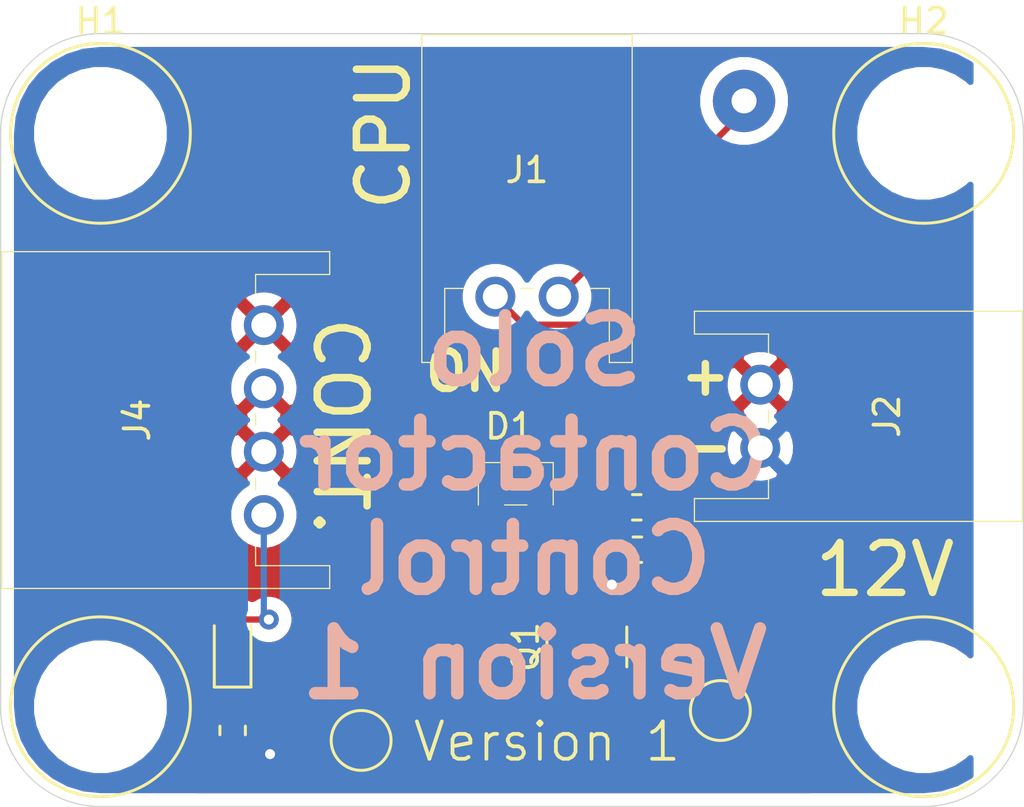
<source format=kicad_pcb>
(kicad_pcb (version 20171130) (host pcbnew "(5.1.4-0-10_14)")

  (general
    (thickness 1.6)
    (drawings 20)
    (tracks 46)
    (zones 0)
    (modules 16)
    (nets 9)
  )

  (page A4)
  (layers
    (0 F.Cu signal)
    (31 B.Cu signal)
    (32 B.Adhes user)
    (33 F.Adhes user)
    (34 B.Paste user)
    (35 F.Paste user)
    (36 B.SilkS user hide)
    (37 F.SilkS user)
    (38 B.Mask user)
    (39 F.Mask user)
    (40 Dwgs.User user)
    (41 Cmts.User user)
    (42 Eco1.User user)
    (43 Eco2.User user)
    (44 Edge.Cuts user)
    (45 Margin user)
    (46 B.CrtYd user)
    (47 F.CrtYd user)
    (48 B.Fab user)
    (49 F.Fab user hide)
  )

  (setup
    (last_trace_width 0.25)
    (user_trace_width 0.6)
    (user_trace_width 1)
    (trace_clearance 0.2)
    (zone_clearance 0.508)
    (zone_45_only no)
    (trace_min 0.2)
    (via_size 0.8)
    (via_drill 0.4)
    (via_min_size 0.4)
    (via_min_drill 0.3)
    (uvia_size 0.3)
    (uvia_drill 0.1)
    (uvias_allowed no)
    (uvia_min_size 0.2)
    (uvia_min_drill 0.1)
    (edge_width 0.05)
    (segment_width 0.2)
    (pcb_text_width 0.3)
    (pcb_text_size 1.5 1.5)
    (mod_edge_width 0.12)
    (mod_text_size 1 1)
    (mod_text_width 0.15)
    (pad_size 4.3 4.3)
    (pad_drill 4.3)
    (pad_to_mask_clearance 0.051)
    (solder_mask_min_width 0.25)
    (aux_axis_origin 0 0)
    (visible_elements FFFFFF7F)
    (pcbplotparams
      (layerselection 0x010fc_ffffffff)
      (usegerberextensions false)
      (usegerberattributes false)
      (usegerberadvancedattributes false)
      (creategerberjobfile false)
      (excludeedgelayer true)
      (linewidth 0.100000)
      (plotframeref false)
      (viasonmask false)
      (mode 1)
      (useauxorigin false)
      (hpglpennumber 1)
      (hpglpenspeed 20)
      (hpglpendiameter 15.000000)
      (psnegative false)
      (psa4output false)
      (plotreference true)
      (plotvalue true)
      (plotinvisibletext false)
      (padsonsilk false)
      (subtractmaskfromsilk false)
      (outputformat 1)
      (mirror false)
      (drillshape 1)
      (scaleselection 1)
      (outputdirectory ""))
  )

  (net 0 "")
  (net 1 "Net-(D2-Pad2)")
  (net 2 "Net-(D2-Pad1)")
  (net 3 /CONTACTOR)
  (net 4 +12V)
  (net 5 GND)
  (net 6 "Net-(J1-Pad1)")
  (net 7 "Net-(D1-Pad1)")
  (net 8 "Net-(Q1-Pad3)")

  (net_class Default "This is the default net class."
    (clearance 0.2)
    (trace_width 0.25)
    (via_dia 0.8)
    (via_drill 0.4)
    (uvia_dia 0.3)
    (uvia_drill 0.1)
    (add_net +12V)
    (add_net /CONTACTOR)
    (add_net GND)
    (add_net "Net-(D1-Pad1)")
    (add_net "Net-(D2-Pad1)")
    (add_net "Net-(D2-Pad2)")
    (add_net "Net-(J1-Pad1)")
    (add_net "Net-(Q1-Pad3)")
  )

  (module Package_SO:TSOP-6_1.65x3.05mm_P0.95mm (layer F.Cu) (tedit 5A02F25C) (tstamp 5FDFD61F)
    (at 155.5 106.6 90)
    (descr "TSOP-6 package (comparable to TSOT-23), https://www.vishay.com/docs/71200/71200.pdf")
    (tags "Jedec MO-193C TSOP-6L")
    (path /61FFDCDB)
    (attr smd)
    (fp_text reference Q1 (at 0 -2.45 90) (layer F.SilkS)
      (effects (font (size 1 1) (thickness 0.15)))
    )
    (fp_text value Q-FET-N-PMN20EN (at 0 2.5 90) (layer F.Fab)
      (effects (font (size 1 1) (thickness 0.15)))
    )
    (fp_line (start 1.76 1.77) (end -1.76 1.77) (layer F.CrtYd) (width 0.05))
    (fp_line (start 1.76 1.77) (end 1.76 -1.78) (layer F.CrtYd) (width 0.05))
    (fp_line (start -1.76 -1.78) (end -1.76 1.77) (layer F.CrtYd) (width 0.05))
    (fp_line (start -1.76 -1.78) (end 1.76 -1.78) (layer F.CrtYd) (width 0.05))
    (fp_line (start 0.825 -1.525) (end 0.825 1.525) (layer F.Fab) (width 0.1))
    (fp_line (start 0.825 1.525) (end -0.825 1.525) (layer F.Fab) (width 0.1))
    (fp_line (start -0.825 -1.1) (end -0.825 1.525) (layer F.Fab) (width 0.1))
    (fp_line (start 0.825 -1.525) (end -0.425 -1.525) (layer F.Fab) (width 0.1))
    (fp_line (start -0.825 -1.1) (end -0.425 -1.525) (layer F.Fab) (width 0.1))
    (fp_line (start 0.8 -1.6) (end -1.5 -1.6) (layer F.SilkS) (width 0.12))
    (fp_line (start -0.8 1.6) (end 0.8 1.6) (layer F.SilkS) (width 0.12))
    (fp_text user %R (at 0 0) (layer F.Fab)
      (effects (font (size 0.5 0.5) (thickness 0.075)))
    )
    (pad 6 smd rect (at 1.16 -0.95 90) (size 0.7 0.51) (layers F.Cu F.Paste F.Mask)
      (net 7 "Net-(D1-Pad1)"))
    (pad 5 smd rect (at 1.16 0 90) (size 0.7 0.51) (layers F.Cu F.Paste F.Mask)
      (net 7 "Net-(D1-Pad1)"))
    (pad 4 smd rect (at 1.16 0.95 90) (size 0.7 0.51) (layers F.Cu F.Paste F.Mask)
      (net 5 GND))
    (pad 3 smd rect (at -1.16 0.95 90) (size 0.7 0.51) (layers F.Cu F.Paste F.Mask)
      (net 8 "Net-(Q1-Pad3)"))
    (pad 2 smd rect (at -1.16 0 90) (size 0.7 0.51) (layers F.Cu F.Paste F.Mask)
      (net 7 "Net-(D1-Pad1)"))
    (pad 1 smd rect (at -1.16 -0.95 90) (size 0.7 0.51) (layers F.Cu F.Paste F.Mask)
      (net 7 "Net-(D1-Pad1)"))
    (model ${KISYS3DMOD}/Package_SO.3dshapes/TSOP-6_1.65x3.05mm_P0.95mm.wrl
      (at (xyz 0 0 0))
      (scale (xyz 1 1 1))
      (rotate (xyz 0 0 0))
    )
  )

  (module erland-footprints:SOT23F (layer F.Cu) (tedit 5FDE55F0) (tstamp 5FDFAA87)
    (at 152.65 100.055 180)
    (path /61FBB14A)
    (fp_text reference D1 (at 0.25 2.3) (layer F.SilkS)
      (effects (font (size 1 1) (thickness 0.15)))
    )
    (fp_text value D-CMPSH1-4 (at -0.15 -2.4) (layer F.Fab)
      (effects (font (size 1 1) (thickness 0.15)))
    )
    (fp_line (start -0.45 -0.85) (end 0.45 -0.85) (layer F.SilkS) (width 0.05))
    (fp_line (start 1.5 0.85) (end 1.5 -0.85) (layer F.SilkS) (width 0.05))
    (fp_line (start 0.45 0.85) (end 1.5 0.85) (layer F.SilkS) (width 0.05))
    (fp_line (start -1.5 0.85) (end -0.5 0.85) (layer F.SilkS) (width 0.05))
    (fp_line (start -1.5 -0.85) (end -1.5 0.85) (layer F.SilkS) (width 0.05))
    (fp_line (start 1.5 -0.85) (end 1.5 0.85) (layer Dwgs.User) (width 0.12))
    (fp_line (start -1.5 -0.85) (end -1.5 0.85) (layer Dwgs.User) (width 0.12))
    (fp_line (start -1.5 0.85) (end 1.5 0.85) (layer Dwgs.User) (width 0.12))
    (fp_line (start -1.5 -0.85) (end 1.5 -0.85) (layer Dwgs.User) (width 0.12))
    (pad 3 smd rect (at 0 0.945 180) (size 0.8 1.11) (layers F.Cu F.Paste F.Mask)
      (net 4 +12V))
    (pad 2 smd rect (at -0.95 -0.945 180) (size 0.8 1.11) (layers F.Cu F.Paste F.Mask))
    (pad 1 smd rect (at 0.95 -0.945 180) (size 0.8 1.11) (layers F.Cu F.Paste F.Mask)
      (net 7 "Net-(D1-Pad1)"))
  )

  (module erland-footprints:CON-MOLEX-CGRIDIII-1x4-RA-0901362204 (layer F.Cu) (tedit 5FD87DD7) (tstamp 5FCAB836)
    (at 142.55 97.5 270)
    (path /5FF79251)
    (fp_text reference J4 (at 0 5.08 90) (layer F.SilkS)
      (effects (font (size 1 1) (thickness 0.15)))
    )
    (fp_text value Conn_02x02_Top_Bottom (at -1.27 12.7 90) (layer F.Fab)
      (effects (font (size 1 1) (thickness 0.15)))
    )
    (fp_line (start 5.08 0.33) (end 5.84 0.33) (layer F.SilkS) (width 0.05))
    (fp_line (start 2.3368 0.33) (end 2.794 0.33) (layer F.SilkS) (width 0.05))
    (fp_line (start -0.254 0.33) (end 0.2032 0.33) (layer F.SilkS) (width 0.05))
    (fp_line (start -2.7432 0.33) (end -2.286 0.33) (layer F.SilkS) (width 0.05))
    (fp_line (start -2.794 0.33) (end -2.3368 0.33) (layer F.SilkS) (width 0.05))
    (fp_line (start -5.84 0.33) (end -5.08 0.33) (layer F.SilkS) (width 0.05))
    (fp_line (start 5.84 0.33) (end 5.84 -2.64) (layer F.SilkS) (width 0.05))
    (fp_line (start -5.84 0.33) (end -5.84 -2.64) (layer F.SilkS) (width 0.05))
    (fp_line (start -5.84 0.33) (end 5.84 0.33) (layer F.Fab) (width 0.05))
    (fp_line (start -5.84 -2.64) (end -6.755 -2.64) (layer F.SilkS) (width 0.05))
    (fp_line (start 6.755 -2.64) (end 5.84 -2.64) (layer F.SilkS) (width 0.05))
    (fp_line (start 6.755 10.5) (end 6.755 -2.64) (layer F.SilkS) (width 0.05))
    (fp_line (start -6.755 10.5) (end -6.755 -2.64) (layer F.SilkS) (width 0.05))
    (fp_line (start -6.755 10.5) (end 6.755 10.5) (layer F.SilkS) (width 0.05))
    (pad 4 thru_hole circle (at 3.81 0 270) (size 1.6 1.6) (drill 1) (layers *.Cu *.Mask)
      (net 1 "Net-(D2-Pad2)"))
    (pad 3 thru_hole circle (at 1.27 0 270) (size 1.6 1.6) (drill 1) (layers *.Cu *.Mask)
      (net 4 +12V))
    (pad 2 thru_hole circle (at -1.27 0 270) (size 1.6 1.6) (drill 1) (layers *.Cu *.Mask)
      (net 4 +12V))
    (pad 1 thru_hole circle (at -3.81 0 270) (size 1.6 1.6) (drill 1) (layers *.Cu *.Mask)
      (net 7 "Net-(D1-Pad1)"))
  )

  (module "erland-footprints:CON-MOLEX-CGRIDIII-1x2 RA-0901362202" (layer F.Cu) (tedit 5FD87D44) (tstamp 5FD9DEC8)
    (at 162.45 97.35 90)
    (path /5FE503AE)
    (fp_text reference J2 (at 0 5.08 90) (layer F.SilkS)
      (effects (font (size 1 1) (thickness 0.15)))
    )
    (fp_text value Conn_01x02 (at 2.54 11.43 90) (layer F.Fab)
      (effects (font (size 1 1) (thickness 0.15)))
    )
    (fp_line (start -3.3 0.33) (end -2.54 0.33) (layer F.SilkS) (width 0.05))
    (fp_line (start -0.254 0.33) (end 0.2032 0.33) (layer F.SilkS) (width 0.05))
    (fp_line (start -0.2032 0.33) (end 0.254 0.33) (layer F.SilkS) (width 0.05))
    (fp_line (start 2.54 0.33) (end 3.3 0.33) (layer F.SilkS) (width 0.05))
    (fp_line (start -3.3 -2.64) (end -4.215 -2.64) (layer F.SilkS) (width 0.05))
    (fp_line (start -3.3 0.33) (end 8.38 0.33) (layer F.Fab) (width 0.05))
    (fp_line (start -3.3 0.33) (end -3.3 -2.64) (layer F.SilkS) (width 0.05))
    (fp_line (start 3.3 0.33) (end 3.3 -2.64) (layer F.SilkS) (width 0.05))
    (fp_line (start -4.215 10.5) (end 4.215 10.5) (layer F.SilkS) (width 0.05))
    (fp_line (start -4.215 10.5) (end -4.215 -2.64) (layer F.SilkS) (width 0.05))
    (fp_line (start 4.215 10.5) (end 4.215 -2.64) (layer F.SilkS) (width 0.05))
    (fp_line (start 4.215 -2.64) (end 3.3 -2.64) (layer F.SilkS) (width 0.05))
    (pad 1 thru_hole circle (at -1.27 0 90) (size 1.6 1.6) (drill 1) (layers *.Cu *.Mask)
      (net 5 GND))
    (pad 2 thru_hole circle (at 1.27 0 90) (size 1.6 1.6) (drill 1) (layers *.Cu *.Mask)
      (net 4 +12V))
  )

  (module "erland-footprints:CON-MOLEX-CGRIDIII-1x2 RA-0901362202" (layer F.Cu) (tedit 5FD87D44) (tstamp 5FCAB77E)
    (at 153.1 92.55 180)
    (path /602835D5)
    (fp_text reference J1 (at 0 5.08) (layer F.SilkS)
      (effects (font (size 1 1) (thickness 0.15)))
    )
    (fp_text value Conn_01x02 (at 2.54 11.43) (layer F.Fab)
      (effects (font (size 1 1) (thickness 0.15)))
    )
    (fp_line (start -3.3 0.33) (end -2.54 0.33) (layer F.SilkS) (width 0.05))
    (fp_line (start -0.254 0.33) (end 0.2032 0.33) (layer F.SilkS) (width 0.05))
    (fp_line (start -0.2032 0.33) (end 0.254 0.33) (layer F.SilkS) (width 0.05))
    (fp_line (start 2.54 0.33) (end 3.3 0.33) (layer F.SilkS) (width 0.05))
    (fp_line (start -3.3 -2.64) (end -4.215 -2.64) (layer F.SilkS) (width 0.05))
    (fp_line (start -3.3 0.33) (end 8.38 0.33) (layer F.Fab) (width 0.05))
    (fp_line (start -3.3 0.33) (end -3.3 -2.64) (layer F.SilkS) (width 0.05))
    (fp_line (start 3.3 0.33) (end 3.3 -2.64) (layer F.SilkS) (width 0.05))
    (fp_line (start -4.215 10.5) (end 4.215 10.5) (layer F.SilkS) (width 0.05))
    (fp_line (start -4.215 10.5) (end -4.215 -2.64) (layer F.SilkS) (width 0.05))
    (fp_line (start 4.215 10.5) (end 4.215 -2.64) (layer F.SilkS) (width 0.05))
    (fp_line (start 4.215 -2.64) (end 3.3 -2.64) (layer F.SilkS) (width 0.05))
    (pad 1 thru_hole circle (at -1.27 0 180) (size 1.6 1.6) (drill 1) (layers *.Cu *.Mask)
      (net 6 "Net-(J1-Pad1)"))
    (pad 2 thru_hole circle (at 1.27 0 180) (size 1.6 1.6) (drill 1) (layers *.Cu *.Mask)
      (net 3 /CONTACTOR))
  )

  (module MountingHole:MountingHole_4.3mm_M4_ISO14580 (layer F.Cu) (tedit 56D1B4CB) (tstamp 5FCAB74F)
    (at 136 109)
    (descr "Mounting Hole 4.3mm, no annular, M4, ISO14580")
    (tags "mounting hole 4.3mm no annular m4 iso14580")
    (path /5FF16F3F)
    (attr virtual)
    (fp_text reference H3 (at 0 -4.5) (layer F.SilkS) hide
      (effects (font (size 1 1) (thickness 0.15)))
    )
    (fp_text value MountingHole (at 0 4.5) (layer F.Fab) hide
      (effects (font (size 1 1) (thickness 0.15)))
    )
    (fp_circle (center 0 0) (end 3.75 0) (layer F.CrtYd) (width 0.05))
    (fp_circle (center 0 0) (end 3.5 0) (layer Cmts.User) (width 0.15))
    (fp_text user %R (at 0.3 0) (layer F.Fab) hide
      (effects (font (size 1 1) (thickness 0.15)))
    )
    (pad 1 np_thru_hole circle (at 0 0) (size 4.3 4.3) (drill 4.3) (layers *.Cu *.Mask))
  )

  (module TestPoint:TestPoint_Pad_D2.0mm (layer F.Cu) (tedit 5A0F774F) (tstamp 5FCADE95)
    (at 146.45 110.35)
    (descr "SMD pad as test Point, diameter 2.0mm")
    (tags "test point SMD pad")
    (path /602926F8)
    (attr virtual)
    (fp_text reference TP2 (at 0 -1.998) (layer F.SilkS) hide
      (effects (font (size 1 1) (thickness 0.15)))
    )
    (fp_text value TestPoint (at 0 2.05) (layer F.Fab)
      (effects (font (size 1 1) (thickness 0.15)))
    )
    (fp_circle (center 0 0) (end 0 1.2) (layer F.SilkS) (width 0.12))
    (fp_circle (center 0 0) (end 1.5 0) (layer F.CrtYd) (width 0.05))
    (fp_text user %R (at 0 -2) (layer F.Fab)
      (effects (font (size 1 1) (thickness 0.15)))
    )
    (pad 1 smd circle (at 0 0) (size 2 2) (layers F.Cu F.Mask)
      (net 7 "Net-(D1-Pad1)"))
  )

  (module Connector_Wire:SolderWirePad_1x01_Drill1mm (layer F.Cu) (tedit 5AEE5EBE) (tstamp 5FCAB7C6)
    (at 161.8 84.7)
    (descr "Wire solder connection")
    (tags connector)
    (path /60287DCB)
    (attr virtual)
    (fp_text reference J3 (at 0 -3.81) (layer F.SilkS) hide
      (effects (font (size 1 1) (thickness 0.15)))
    )
    (fp_text value Conn_01x01 (at 0 3.175) (layer F.Fab)
      (effects (font (size 1 1) (thickness 0.15)))
    )
    (fp_line (start 1.75 1.75) (end -1.75 1.75) (layer F.CrtYd) (width 0.05))
    (fp_line (start 1.75 1.75) (end 1.75 -1.75) (layer F.CrtYd) (width 0.05))
    (fp_line (start -1.75 -1.75) (end -1.75 1.75) (layer F.CrtYd) (width 0.05))
    (fp_line (start -1.75 -1.75) (end 1.75 -1.75) (layer F.CrtYd) (width 0.05))
    (fp_text user %R (at 0 0) (layer F.Fab)
      (effects (font (size 1 1) (thickness 0.15)))
    )
    (pad 1 thru_hole circle (at 0 0) (size 2.49936 2.49936) (drill 1.00076) (layers *.Cu *.Mask)
      (net 6 "Net-(J1-Pad1)"))
  )

  (module TestPoint:TestPoint_Pad_D2.0mm (layer F.Cu) (tedit 5A0F774F) (tstamp 5FCAB886)
    (at 160.85 109.15)
    (descr "SMD pad as test Point, diameter 2.0mm")
    (tags "test point SMD pad")
    (path /5FD54476)
    (attr virtual)
    (fp_text reference TP1 (at 0 -1.998) (layer F.SilkS) hide
      (effects (font (size 1 1) (thickness 0.15)))
    )
    (fp_text value TestPoint (at 0 2.05) (layer F.Fab) hide
      (effects (font (size 1 1) (thickness 0.15)))
    )
    (fp_circle (center 0 0) (end 0 1.2) (layer F.SilkS) (width 0.12))
    (fp_circle (center 0 0) (end 1.5 0) (layer F.CrtYd) (width 0.05))
    (fp_text user %R (at 0 -2) (layer F.Fab) hide
      (effects (font (size 1 1) (thickness 0.15)))
    )
    (pad 1 smd circle (at 0 0) (size 2 2) (layers F.Cu F.Mask)
      (net 8 "Net-(Q1-Pad3)"))
  )

  (module Resistor_SMD:R_0603_1608Metric_Pad1.05x0.95mm_HandSolder (layer F.Cu) (tedit 5B301BBD) (tstamp 5FCAB87E)
    (at 141.3 109.95 90)
    (descr "Resistor SMD 0603 (1608 Metric), square (rectangular) end terminal, IPC_7351 nominal with elongated pad for handsoldering. (Body size source: http://www.tortai-tech.com/upload/download/2011102023233369053.pdf), generated with kicad-footprint-generator")
    (tags "resistor handsolder")
    (path /5FBDAD22)
    (attr smd)
    (fp_text reference R3 (at 0 -1.43 90) (layer F.SilkS) hide
      (effects (font (size 1 1) (thickness 0.15)))
    )
    (fp_text value 10k (at 0 1.43 90) (layer F.Fab)
      (effects (font (size 1 1) (thickness 0.15)))
    )
    (fp_text user %R (at 0 0 90) (layer F.Fab)
      (effects (font (size 0.4 0.4) (thickness 0.06)))
    )
    (fp_line (start 1.65 0.73) (end -1.65 0.73) (layer F.CrtYd) (width 0.05))
    (fp_line (start 1.65 -0.73) (end 1.65 0.73) (layer F.CrtYd) (width 0.05))
    (fp_line (start -1.65 -0.73) (end 1.65 -0.73) (layer F.CrtYd) (width 0.05))
    (fp_line (start -1.65 0.73) (end -1.65 -0.73) (layer F.CrtYd) (width 0.05))
    (fp_line (start -0.171267 0.51) (end 0.171267 0.51) (layer F.SilkS) (width 0.12))
    (fp_line (start -0.171267 -0.51) (end 0.171267 -0.51) (layer F.SilkS) (width 0.12))
    (fp_line (start 0.8 0.4) (end -0.8 0.4) (layer F.Fab) (width 0.1))
    (fp_line (start 0.8 -0.4) (end 0.8 0.4) (layer F.Fab) (width 0.1))
    (fp_line (start -0.8 -0.4) (end 0.8 -0.4) (layer F.Fab) (width 0.1))
    (fp_line (start -0.8 0.4) (end -0.8 -0.4) (layer F.Fab) (width 0.1))
    (pad 2 smd roundrect (at 0.875 0 90) (size 1.05 0.95) (layers F.Cu F.Paste F.Mask) (roundrect_rratio 0.25)
      (net 2 "Net-(D2-Pad1)"))
    (pad 1 smd roundrect (at -0.875 0 90) (size 1.05 0.95) (layers F.Cu F.Paste F.Mask) (roundrect_rratio 0.25)
      (net 5 GND))
    (model ${KISYS3DMOD}/Resistor_SMD.3dshapes/R_0603_1608Metric.wrl
      (at (xyz 0 0 0))
      (scale (xyz 1 1 1))
      (rotate (xyz 0 0 0))
    )
  )

  (module Resistor_SMD:R_0603_1608Metric_Pad1.05x0.95mm_HandSolder (layer F.Cu) (tedit 5B301BBD) (tstamp 5FD9DE97)
    (at 157.525 102.7)
    (descr "Resistor SMD 0603 (1608 Metric), square (rectangular) end terminal, IPC_7351 nominal with elongated pad for handsoldering. (Body size source: http://www.tortai-tech.com/upload/download/2011102023233369053.pdf), generated with kicad-footprint-generator")
    (tags "resistor handsolder")
    (path /5F9C3ECF)
    (attr smd)
    (fp_text reference R2 (at 0 -1.43) (layer F.SilkS) hide
      (effects (font (size 1 1) (thickness 0.15)))
    )
    (fp_text value 1M (at 0 1.43) (layer F.Fab)
      (effects (font (size 1 1) (thickness 0.15)))
    )
    (fp_text user %R (at 0 0) (layer F.Fab)
      (effects (font (size 0.4 0.4) (thickness 0.06)))
    )
    (fp_line (start 1.65 0.73) (end -1.65 0.73) (layer F.CrtYd) (width 0.05))
    (fp_line (start 1.65 -0.73) (end 1.65 0.73) (layer F.CrtYd) (width 0.05))
    (fp_line (start -1.65 -0.73) (end 1.65 -0.73) (layer F.CrtYd) (width 0.05))
    (fp_line (start -1.65 0.73) (end -1.65 -0.73) (layer F.CrtYd) (width 0.05))
    (fp_line (start -0.171267 0.51) (end 0.171267 0.51) (layer F.SilkS) (width 0.12))
    (fp_line (start -0.171267 -0.51) (end 0.171267 -0.51) (layer F.SilkS) (width 0.12))
    (fp_line (start 0.8 0.4) (end -0.8 0.4) (layer F.Fab) (width 0.1))
    (fp_line (start 0.8 -0.4) (end 0.8 0.4) (layer F.Fab) (width 0.1))
    (fp_line (start -0.8 -0.4) (end 0.8 -0.4) (layer F.Fab) (width 0.1))
    (fp_line (start -0.8 0.4) (end -0.8 -0.4) (layer F.Fab) (width 0.1))
    (pad 2 smd roundrect (at 0.875 0) (size 1.05 0.95) (layers F.Cu F.Paste F.Mask) (roundrect_rratio 0.25)
      (net 8 "Net-(Q1-Pad3)"))
    (pad 1 smd roundrect (at -0.875 0) (size 1.05 0.95) (layers F.Cu F.Paste F.Mask) (roundrect_rratio 0.25)
      (net 5 GND))
    (model ${KISYS3DMOD}/Resistor_SMD.3dshapes/R_0603_1608Metric.wrl
      (at (xyz 0 0 0))
      (scale (xyz 1 1 1))
      (rotate (xyz 0 0 0))
    )
  )

  (module Resistor_SMD:R_0603_1608Metric_Pad1.05x0.95mm_HandSolder (layer F.Cu) (tedit 5B301BBD) (tstamp 5FD9DF8E)
    (at 157.5 101 180)
    (descr "Resistor SMD 0603 (1608 Metric), square (rectangular) end terminal, IPC_7351 nominal with elongated pad for handsoldering. (Body size source: http://www.tortai-tech.com/upload/download/2011102023233369053.pdf), generated with kicad-footprint-generator")
    (tags "resistor handsolder")
    (path /5F9C2B22)
    (attr smd)
    (fp_text reference R1 (at 0 -1.43) (layer F.SilkS) hide
      (effects (font (size 1 1) (thickness 0.15)))
    )
    (fp_text value 3.3k (at 0 1.43) (layer F.Fab)
      (effects (font (size 1 1) (thickness 0.15)))
    )
    (fp_text user %R (at 0 0) (layer F.Fab)
      (effects (font (size 0.4 0.4) (thickness 0.06)))
    )
    (fp_line (start 1.65 0.73) (end -1.65 0.73) (layer F.CrtYd) (width 0.05))
    (fp_line (start 1.65 -0.73) (end 1.65 0.73) (layer F.CrtYd) (width 0.05))
    (fp_line (start -1.65 -0.73) (end 1.65 -0.73) (layer F.CrtYd) (width 0.05))
    (fp_line (start -1.65 0.73) (end -1.65 -0.73) (layer F.CrtYd) (width 0.05))
    (fp_line (start -0.171267 0.51) (end 0.171267 0.51) (layer F.SilkS) (width 0.12))
    (fp_line (start -0.171267 -0.51) (end 0.171267 -0.51) (layer F.SilkS) (width 0.12))
    (fp_line (start 0.8 0.4) (end -0.8 0.4) (layer F.Fab) (width 0.1))
    (fp_line (start 0.8 -0.4) (end 0.8 0.4) (layer F.Fab) (width 0.1))
    (fp_line (start -0.8 -0.4) (end 0.8 -0.4) (layer F.Fab) (width 0.1))
    (fp_line (start -0.8 0.4) (end -0.8 -0.4) (layer F.Fab) (width 0.1))
    (pad 2 smd roundrect (at 0.875 0 180) (size 1.05 0.95) (layers F.Cu F.Paste F.Mask) (roundrect_rratio 0.25)
      (net 3 /CONTACTOR))
    (pad 1 smd roundrect (at -0.875 0 180) (size 1.05 0.95) (layers F.Cu F.Paste F.Mask) (roundrect_rratio 0.25)
      (net 8 "Net-(Q1-Pad3)"))
    (model ${KISYS3DMOD}/Resistor_SMD.3dshapes/R_0603_1608Metric.wrl
      (at (xyz 0 0 0))
      (scale (xyz 1 1 1))
      (rotate (xyz 0 0 0))
    )
  )

  (module MountingHole:MountingHole_4.3mm_M4_ISO14580 (layer F.Cu) (tedit 56D1B4CB) (tstamp 5FCAB757)
    (at 169 109)
    (descr "Mounting Hole 4.3mm, no annular, M4, ISO14580")
    (tags "mounting hole 4.3mm no annular m4 iso14580")
    (path /5FF1697B)
    (attr virtual)
    (fp_text reference H4 (at 0 -4.5) (layer F.SilkS) hide
      (effects (font (size 1 1) (thickness 0.15)))
    )
    (fp_text value MountingHole (at 0 4.5) (layer F.Fab)
      (effects (font (size 1 1) (thickness 0.15)))
    )
    (fp_circle (center 0 0) (end 3.75 0) (layer F.CrtYd) (width 0.05))
    (fp_circle (center 0 0) (end 3.5 0) (layer Cmts.User) (width 0.15))
    (fp_text user %R (at 0.3 0) (layer F.Fab) hide
      (effects (font (size 1 1) (thickness 0.15)))
    )
    (pad 1 np_thru_hole circle (at 0 0) (size 4.3 4.3) (drill 4.3) (layers *.Cu *.Mask))
  )

  (module MountingHole:MountingHole_4.3mm_M4_ISO14580 (layer F.Cu) (tedit 56D1B4CB) (tstamp 5FCAB747)
    (at 169 86)
    (descr "Mounting Hole 4.3mm, no annular, M4, ISO14580")
    (tags "mounting hole 4.3mm no annular m4 iso14580")
    (path /5FF17B4B)
    (attr virtual)
    (fp_text reference H2 (at 0 -4.5) (layer F.SilkS)
      (effects (font (size 1 1) (thickness 0.15)))
    )
    (fp_text value MountingHole (at 0 4.5) (layer F.Fab)
      (effects (font (size 1 1) (thickness 0.15)))
    )
    (fp_circle (center 0 0) (end 3.75 0) (layer F.CrtYd) (width 0.05))
    (fp_circle (center 0 0) (end 3.5 0) (layer Cmts.User) (width 0.15))
    (fp_text user %R (at 0.3 0) (layer F.Fab)
      (effects (font (size 1 1) (thickness 0.15)))
    )
    (pad 1 np_thru_hole circle (at 0 0) (size 4.3 4.3) (drill 4.3) (layers *.Cu *.Mask))
  )

  (module MountingHole:MountingHole_4.3mm_M4_ISO14580 (layer F.Cu) (tedit 56D1B4CB) (tstamp 5FCAB73F)
    (at 136 86)
    (descr "Mounting Hole 4.3mm, no annular, M4, ISO14580")
    (tags "mounting hole 4.3mm no annular m4 iso14580")
    (path /5FF1848C)
    (attr virtual)
    (fp_text reference H1 (at 0 -4.5) (layer F.SilkS)
      (effects (font (size 1 1) (thickness 0.15)))
    )
    (fp_text value MountingHole (at 0 4.5) (layer F.Fab)
      (effects (font (size 1 1) (thickness 0.15)))
    )
    (fp_circle (center 0 0) (end 3.75 0) (layer F.CrtYd) (width 0.05))
    (fp_circle (center 0 0) (end 3.5 0) (layer Cmts.User) (width 0.15))
    (fp_text user %R (at 0.3 0) (layer F.Fab)
      (effects (font (size 1 1) (thickness 0.15)))
    )
    (pad 1 np_thru_hole circle (at 0 0) (size 4.3 4.3) (drill 4.3) (layers *.Cu *.Mask))
  )

  (module LED_SMD:LED_0603_1608Metric_Pad1.05x0.95mm_HandSolder (layer F.Cu) (tedit 5B4B45C9) (tstamp 5FCAB737)
    (at 141.3 106.55 90)
    (descr "LED SMD 0603 (1608 Metric), square (rectangular) end terminal, IPC_7351 nominal, (Body size source: http://www.tortai-tech.com/upload/download/2011102023233369053.pdf), generated with kicad-footprint-generator")
    (tags "LED handsolder")
    (path /5FBD6373)
    (attr smd)
    (fp_text reference D2 (at 0 -1.43 90) (layer F.SilkS) hide
      (effects (font (size 1 1) (thickness 0.15)))
    )
    (fp_text value LED (at 0 1.43 90) (layer F.Fab)
      (effects (font (size 1 1) (thickness 0.15)))
    )
    (fp_text user %R (at 0 0 90) (layer F.Fab)
      (effects (font (size 0.4 0.4) (thickness 0.06)))
    )
    (fp_line (start 1.65 0.73) (end -1.65 0.73) (layer F.CrtYd) (width 0.05))
    (fp_line (start 1.65 -0.73) (end 1.65 0.73) (layer F.CrtYd) (width 0.05))
    (fp_line (start -1.65 -0.73) (end 1.65 -0.73) (layer F.CrtYd) (width 0.05))
    (fp_line (start -1.65 0.73) (end -1.65 -0.73) (layer F.CrtYd) (width 0.05))
    (fp_line (start -1.66 0.735) (end 0.8 0.735) (layer F.SilkS) (width 0.12))
    (fp_line (start -1.66 -0.735) (end -1.66 0.735) (layer F.SilkS) (width 0.12))
    (fp_line (start 0.8 -0.735) (end -1.66 -0.735) (layer F.SilkS) (width 0.12))
    (fp_line (start 0.8 0.4) (end 0.8 -0.4) (layer F.Fab) (width 0.1))
    (fp_line (start -0.8 0.4) (end 0.8 0.4) (layer F.Fab) (width 0.1))
    (fp_line (start -0.8 -0.1) (end -0.8 0.4) (layer F.Fab) (width 0.1))
    (fp_line (start -0.5 -0.4) (end -0.8 -0.1) (layer F.Fab) (width 0.1))
    (fp_line (start 0.8 -0.4) (end -0.5 -0.4) (layer F.Fab) (width 0.1))
    (pad 2 smd roundrect (at 0.875 0 90) (size 1.05 0.95) (layers F.Cu F.Paste F.Mask) (roundrect_rratio 0.25)
      (net 1 "Net-(D2-Pad2)"))
    (pad 1 smd roundrect (at -0.875 0 90) (size 1.05 0.95) (layers F.Cu F.Paste F.Mask) (roundrect_rratio 0.25)
      (net 2 "Net-(D2-Pad1)"))
    (model ${KISYS3DMOD}/LED_SMD.3dshapes/LED_0603_1608Metric.wrl
      (at (xyz 0 0 0))
      (scale (xyz 1 1 1))
      (rotate (xyz 0 0 0))
    )
  )

  (gr_circle (center 136 86) (end 139.605551 86) (layer F.SilkS) (width 0.12) (tstamp 5FD087D9))
  (gr_circle (center 169 86) (end 172.605551 86) (layer F.SilkS) (width 0.12) (tstamp 5FD087D7))
  (gr_circle (center 169 109) (end 172.605551 109) (layer F.SilkS) (width 0.12) (tstamp 5FD087A4))
  (gr_circle (center 136 109) (end 134 106) (layer F.SilkS) (width 0.12))
  (gr_arc (start 136 109) (end 132 109) (angle -90) (layer Edge.Cuts) (width 0.05))
  (gr_arc (start 169 109) (end 169 113) (angle -90) (layer Edge.Cuts) (width 0.05))
  (gr_arc (start 169 86) (end 173 86) (angle -90) (layer Edge.Cuts) (width 0.05))
  (gr_arc (start 136 86) (end 136 82) (angle -90) (layer Edge.Cuts) (width 0.05))
  (gr_text "Solo\nContactor\nControl\nVersion 1" (at 153.4 101) (layer B.SilkS)
    (effects (font (size 2.6 2.6) (thickness 0.5)) (justify mirror))
  )
  (gr_text ON (at 150.65 95.55) (layer F.SilkS)
    (effects (font (size 1.5 1.5) (thickness 0.3)))
  )
  (gr_text - (at 160.35 98.55) (layer F.SilkS) (tstamp 5FD9DEEE)
    (effects (font (size 1.5 1.5) (thickness 0.3)))
  )
  (gr_text + (at 160.25 95.7) (layer F.SilkS) (tstamp 5FD9DEEB)
    (effects (font (size 1.5 1.5) (thickness 0.3)))
  )
  (gr_text "Version 1" (at 153.9 110.4) (layer F.SilkS)
    (effects (font (size 1.5 1.5) (thickness 0.15)))
  )
  (gr_line (start 132 109) (end 132 86) (layer Edge.Cuts) (width 0.05))
  (gr_line (start 169 113) (end 136 113) (layer Edge.Cuts) (width 0.05))
  (gr_line (start 173 86) (end 173 109) (layer Edge.Cuts) (width 0.05))
  (gr_line (start 136 82) (end 169 82) (layer Edge.Cuts) (width 0.05))
  (gr_text 12V (at 167.45 103.5) (layer F.SilkS) (tstamp 5FCAE369)
    (effects (font (size 2 2) (thickness 0.3)))
  )
  (gr_text CPU (at 147.35 86 90) (layer F.SilkS)
    (effects (font (size 2 2) (thickness 0.3)))
  )
  (gr_text CONT. (at 145.6 97.75 270) (layer F.SilkS)
    (effects (font (size 2 2) (thickness 0.3)))
  )

  (via (at 142.75 105.5) (size 0.8) (drill 0.4) (layers F.Cu B.Cu) (net 1))
  (segment (start 142.55 105.3) (end 142.75 105.5) (width 0.25) (layer B.Cu) (net 1))
  (segment (start 142.55 101.31) (end 142.55 105.3) (width 0.25) (layer B.Cu) (net 1))
  (segment (start 141.475 105.5) (end 141.3 105.675) (width 0.25) (layer F.Cu) (net 1))
  (segment (start 142.75 105.5) (end 141.475 105.5) (width 0.25) (layer F.Cu) (net 1))
  (segment (start 141.3 109.075) (end 141.3 107.425) (width 0.25) (layer F.Cu) (net 2))
  (segment (start 164.10001 100.19999) (end 157.42501 100.19999) (width 0.25) (layer F.Cu) (net 3))
  (segment (start 165.55 98.75) (end 164.10001 100.19999) (width 0.25) (layer F.Cu) (net 3))
  (segment (start 165.55 94.4) (end 165.55 98.75) (width 0.25) (layer F.Cu) (net 3))
  (segment (start 164.35 93.2) (end 165.55 94.4) (width 0.25) (layer F.Cu) (net 3))
  (segment (start 157.124072 100.500928) (end 156.625 101) (width 0.25) (layer F.Cu) (net 3))
  (segment (start 157.42501 100.19999) (end 157.124072 100.500928) (width 0.25) (layer F.Cu) (net 3))
  (segment (start 155.8 93.2) (end 164.35 93.2) (width 0.25) (layer F.Cu) (net 3))
  (segment (start 155.324999 93.675001) (end 155.8 93.2) (width 0.25) (layer F.Cu) (net 3))
  (segment (start 152.955001 93.675001) (end 155.324999 93.675001) (width 0.25) (layer F.Cu) (net 3))
  (segment (start 151.83 92.55) (end 152.955001 93.675001) (width 0.25) (layer F.Cu) (net 3))
  (segment (start 153.9 98.18) (end 153.88 98.2) (width 0.25) (layer F.Cu) (net 4))
  (segment (start 153.88 98.2) (end 153.88 96.85) (width 0.25) (layer F.Cu) (net 4))
  (via (at 142.8 110.9) (size 0.8) (drill 0.4) (layers F.Cu B.Cu) (net 5))
  (via (at 156.5 104.1) (size 0.8) (drill 0.4) (layers F.Cu B.Cu) (net 5) (tstamp 5FD9DF03))
  (segment (start 156.65 103.95) (end 156.5 104.1) (width 0.25) (layer F.Cu) (net 5) (tstamp 5FD9DF0C))
  (segment (start 156.65 102.7) (end 156.65 103.95) (width 1) (layer F.Cu) (net 5) (tstamp 5FD9DF00))
  (segment (start 156.5 105.45) (end 156.45 105.5) (width 0.25) (layer F.Cu) (net 5) (tstamp 5FD9DF09))
  (segment (start 156.5 104.1) (end 156.5 105.45) (width 1) (layer F.Cu) (net 5) (tstamp 5FD9DF06))
  (segment (start 141.375 110.9) (end 141.3 110.825) (width 0.25) (layer F.Cu) (net 5))
  (segment (start 142.8 110.9) (end 141.375 110.9) (width 0.25) (layer F.Cu) (net 5))
  (segment (start 158.375 102.675) (end 158.4 102.7) (width 0.25) (layer F.Cu) (net 8) (tstamp 5FD9DEFD))
  (segment (start 158.375 101) (end 158.375 102.675) (width 0.25) (layer F.Cu) (net 8) (tstamp 5FD9DEF4))
  (segment (start 160.85 108.05) (end 160.85 109.15) (width 0.25) (layer F.Cu) (net 8))
  (segment (start 161.8 85.12) (end 161.8 84.3) (width 0.25) (layer F.Cu) (net 6))
  (segment (start 154.37 92.55) (end 161.8 85.12) (width 0.25) (layer F.Cu) (net 6))
  (segment (start 151.6 104.5) (end 147.15 104.5) (width 1) (layer F.Cu) (net 7))
  (segment (start 154.55 105.44) (end 155.5 105.44) (width 0.6) (layer F.Cu) (net 7))
  (segment (start 154.55 104.85) (end 154.55 105.44) (width 0.6) (layer F.Cu) (net 7))
  (segment (start 154.55 107.76) (end 154.55 105.44) (width 0.25) (layer F.Cu) (net 7))
  (segment (start 155.5 107.76) (end 155.5 105.44) (width 0.25) (layer F.Cu) (net 7))
  (segment (start 155.5 107.76) (end 154.55 107.76) (width 0.25) (layer F.Cu) (net 7))
  (segment (start 154.55 108.36) (end 154.6 108.41) (width 0.25) (layer F.Cu) (net 7))
  (segment (start 154.55 107.76) (end 154.55 108.36) (width 0.25) (layer F.Cu) (net 7))
  (segment (start 155.5 107.76) (end 155.5 108.36) (width 0.25) (layer F.Cu) (net 7))
  (segment (start 158.14 107.76) (end 159.35 106.55) (width 0.25) (layer F.Cu) (net 8))
  (segment (start 156.45 107.76) (end 158.14 107.76) (width 0.25) (layer F.Cu) (net 8))
  (segment (start 158.4 105.6) (end 159.5 106.7) (width 0.25) (layer F.Cu) (net 8))
  (segment (start 158.4 102.7) (end 158.4 105.6) (width 0.25) (layer F.Cu) (net 8))
  (segment (start 159.5 106.7) (end 159.35 106.55) (width 0.25) (layer F.Cu) (net 8))
  (segment (start 160.85 108.05) (end 159.5 106.7) (width 0.25) (layer F.Cu) (net 8))

  (zone (net 5) (net_name GND) (layer B.Cu) (tstamp 5FDA6CDC) (hatch edge 0.508)
    (connect_pads (clearance 0.508))
    (min_thickness 0.254)
    (fill yes (arc_segments 32) (thermal_gap 0.508) (thermal_bridge_width 0.508))
    (polygon
      (pts
        (xy 132 113) (xy 132 82) (xy 171 82) (xy 171 113)
      )
    )
    (filled_polygon
      (pts
        (xy 169.648126 82.726714) (xy 170.271572 82.914943) (xy 170.846579 83.220681) (xy 170.873 83.242229) (xy 170.873 83.934416)
        (xy 170.775334 83.83675) (xy 170.319192 83.531965) (xy 169.812354 83.322026) (xy 169.274299 83.215) (xy 168.725701 83.215)
        (xy 168.187646 83.322026) (xy 167.680808 83.531965) (xy 167.224666 83.83675) (xy 166.83675 84.224666) (xy 166.531965 84.680808)
        (xy 166.322026 85.187646) (xy 166.215 85.725701) (xy 166.215 86.274299) (xy 166.322026 86.812354) (xy 166.531965 87.319192)
        (xy 166.83675 87.775334) (xy 167.224666 88.16325) (xy 167.680808 88.468035) (xy 168.187646 88.677974) (xy 168.725701 88.785)
        (xy 169.274299 88.785) (xy 169.812354 88.677974) (xy 170.319192 88.468035) (xy 170.775334 88.16325) (xy 170.873 88.065584)
        (xy 170.873 106.934416) (xy 170.775334 106.83675) (xy 170.319192 106.531965) (xy 169.812354 106.322026) (xy 169.274299 106.215)
        (xy 168.725701 106.215) (xy 168.187646 106.322026) (xy 167.680808 106.531965) (xy 167.224666 106.83675) (xy 166.83675 107.224666)
        (xy 166.531965 107.680808) (xy 166.322026 108.187646) (xy 166.215 108.725701) (xy 166.215 109.274299) (xy 166.322026 109.812354)
        (xy 166.531965 110.319192) (xy 166.83675 110.775334) (xy 167.224666 111.16325) (xy 167.680808 111.468035) (xy 168.187646 111.677974)
        (xy 168.725701 111.785) (xy 169.274299 111.785) (xy 169.812354 111.677974) (xy 170.319192 111.468035) (xy 170.775334 111.16325)
        (xy 170.873 111.065584) (xy 170.873 111.760516) (xy 170.865933 111.766362) (xy 170.293077 112.076104) (xy 169.670961 112.268682)
        (xy 168.992417 112.34) (xy 136.032279 112.34) (xy 135.351874 112.273286) (xy 134.72843 112.085057) (xy 134.153427 111.779323)
        (xy 133.648752 111.367721) (xy 133.233638 110.865933) (xy 132.923896 110.293077) (xy 132.731318 109.670961) (xy 132.66 108.992417)
        (xy 132.66 108.725701) (xy 133.215 108.725701) (xy 133.215 109.274299) (xy 133.322026 109.812354) (xy 133.531965 110.319192)
        (xy 133.83675 110.775334) (xy 134.224666 111.16325) (xy 134.680808 111.468035) (xy 135.187646 111.677974) (xy 135.725701 111.785)
        (xy 136.274299 111.785) (xy 136.812354 111.677974) (xy 137.319192 111.468035) (xy 137.775334 111.16325) (xy 138.16325 110.775334)
        (xy 138.468035 110.319192) (xy 138.677974 109.812354) (xy 138.785 109.274299) (xy 138.785 108.725701) (xy 138.677974 108.187646)
        (xy 138.468035 107.680808) (xy 138.16325 107.224666) (xy 137.775334 106.83675) (xy 137.319192 106.531965) (xy 136.812354 106.322026)
        (xy 136.274299 106.215) (xy 135.725701 106.215) (xy 135.187646 106.322026) (xy 134.680808 106.531965) (xy 134.224666 106.83675)
        (xy 133.83675 107.224666) (xy 133.531965 107.680808) (xy 133.322026 108.187646) (xy 133.215 108.725701) (xy 132.66 108.725701)
        (xy 132.66 93.548665) (xy 141.115 93.548665) (xy 141.115 93.831335) (xy 141.170147 94.108574) (xy 141.27832 94.369727)
        (xy 141.435363 94.604759) (xy 141.635241 94.804637) (xy 141.867759 94.96) (xy 141.635241 95.115363) (xy 141.435363 95.315241)
        (xy 141.27832 95.550273) (xy 141.170147 95.811426) (xy 141.115 96.088665) (xy 141.115 96.371335) (xy 141.170147 96.648574)
        (xy 141.27832 96.909727) (xy 141.435363 97.144759) (xy 141.635241 97.344637) (xy 141.867759 97.5) (xy 141.635241 97.655363)
        (xy 141.435363 97.855241) (xy 141.27832 98.090273) (xy 141.170147 98.351426) (xy 141.115 98.628665) (xy 141.115 98.911335)
        (xy 141.170147 99.188574) (xy 141.27832 99.449727) (xy 141.435363 99.684759) (xy 141.635241 99.884637) (xy 141.867759 100.04)
        (xy 141.635241 100.195363) (xy 141.435363 100.395241) (xy 141.27832 100.630273) (xy 141.170147 100.891426) (xy 141.115 101.168665)
        (xy 141.115 101.451335) (xy 141.170147 101.728574) (xy 141.27832 101.989727) (xy 141.435363 102.224759) (xy 141.635241 102.424637)
        (xy 141.79 102.528044) (xy 141.790001 105.113057) (xy 141.754774 105.198102) (xy 141.715 105.398061) (xy 141.715 105.601939)
        (xy 141.754774 105.801898) (xy 141.832795 105.990256) (xy 141.946063 106.159774) (xy 142.090226 106.303937) (xy 142.259744 106.417205)
        (xy 142.448102 106.495226) (xy 142.648061 106.535) (xy 142.851939 106.535) (xy 143.051898 106.495226) (xy 143.240256 106.417205)
        (xy 143.409774 106.303937) (xy 143.553937 106.159774) (xy 143.667205 105.990256) (xy 143.745226 105.801898) (xy 143.785 105.601939)
        (xy 143.785 105.398061) (xy 143.745226 105.198102) (xy 143.667205 105.009744) (xy 143.553937 104.840226) (xy 143.409774 104.696063)
        (xy 143.31 104.629396) (xy 143.31 102.528043) (xy 143.464759 102.424637) (xy 143.664637 102.224759) (xy 143.82168 101.989727)
        (xy 143.929853 101.728574) (xy 143.985 101.451335) (xy 143.985 101.168665) (xy 143.929853 100.891426) (xy 143.82168 100.630273)
        (xy 143.664637 100.395241) (xy 143.464759 100.195363) (xy 143.232241 100.04) (xy 143.464759 99.884637) (xy 143.664637 99.684759)
        (xy 143.712783 99.612702) (xy 161.636903 99.612702) (xy 161.708486 99.856671) (xy 161.963996 99.977571) (xy 162.238184 100.0463)
        (xy 162.520512 100.060217) (xy 162.80013 100.018787) (xy 163.066292 99.923603) (xy 163.191514 99.856671) (xy 163.263097 99.612702)
        (xy 162.45 98.799605) (xy 161.636903 99.612702) (xy 143.712783 99.612702) (xy 143.82168 99.449727) (xy 143.929853 99.188574)
        (xy 143.985 98.911335) (xy 143.985 98.690512) (xy 161.009783 98.690512) (xy 161.051213 98.97013) (xy 161.146397 99.236292)
        (xy 161.213329 99.361514) (xy 161.457298 99.433097) (xy 162.270395 98.62) (xy 162.629605 98.62) (xy 163.442702 99.433097)
        (xy 163.686671 99.361514) (xy 163.807571 99.106004) (xy 163.8763 98.831816) (xy 163.890217 98.549488) (xy 163.848787 98.26987)
        (xy 163.753603 98.003708) (xy 163.686671 97.878486) (xy 163.442702 97.806903) (xy 162.629605 98.62) (xy 162.270395 98.62)
        (xy 161.457298 97.806903) (xy 161.213329 97.878486) (xy 161.092429 98.133996) (xy 161.0237 98.408184) (xy 161.009783 98.690512)
        (xy 143.985 98.690512) (xy 143.985 98.628665) (xy 143.929853 98.351426) (xy 143.82168 98.090273) (xy 143.664637 97.855241)
        (xy 143.464759 97.655363) (xy 143.232241 97.5) (xy 143.464759 97.344637) (xy 143.664637 97.144759) (xy 143.82168 96.909727)
        (xy 143.929853 96.648574) (xy 143.985 96.371335) (xy 143.985 96.088665) (xy 143.955163 95.938665) (xy 161.015 95.938665)
        (xy 161.015 96.221335) (xy 161.070147 96.498574) (xy 161.17832 96.759727) (xy 161.335363 96.994759) (xy 161.535241 97.194637)
        (xy 161.769128 97.350915) (xy 161.708486 97.383329) (xy 161.636903 97.627298) (xy 162.45 98.440395) (xy 163.263097 97.627298)
        (xy 163.191514 97.383329) (xy 163.127008 97.352806) (xy 163.129727 97.35168) (xy 163.364759 97.194637) (xy 163.564637 96.994759)
        (xy 163.72168 96.759727) (xy 163.829853 96.498574) (xy 163.885 96.221335) (xy 163.885 95.938665) (xy 163.829853 95.661426)
        (xy 163.72168 95.400273) (xy 163.564637 95.165241) (xy 163.364759 94.965363) (xy 163.129727 94.80832) (xy 162.868574 94.700147)
        (xy 162.591335 94.645) (xy 162.308665 94.645) (xy 162.031426 94.700147) (xy 161.770273 94.80832) (xy 161.535241 94.965363)
        (xy 161.335363 95.165241) (xy 161.17832 95.400273) (xy 161.070147 95.661426) (xy 161.015 95.938665) (xy 143.955163 95.938665)
        (xy 143.929853 95.811426) (xy 143.82168 95.550273) (xy 143.664637 95.315241) (xy 143.464759 95.115363) (xy 143.232241 94.96)
        (xy 143.464759 94.804637) (xy 143.664637 94.604759) (xy 143.82168 94.369727) (xy 143.929853 94.108574) (xy 143.985 93.831335)
        (xy 143.985 93.548665) (xy 143.929853 93.271426) (xy 143.82168 93.010273) (xy 143.664637 92.775241) (xy 143.464759 92.575363)
        (xy 143.229727 92.41832) (xy 143.206418 92.408665) (xy 150.395 92.408665) (xy 150.395 92.691335) (xy 150.450147 92.968574)
        (xy 150.55832 93.229727) (xy 150.715363 93.464759) (xy 150.915241 93.664637) (xy 151.150273 93.82168) (xy 151.411426 93.929853)
        (xy 151.688665 93.985) (xy 151.971335 93.985) (xy 152.248574 93.929853) (xy 152.509727 93.82168) (xy 152.744759 93.664637)
        (xy 152.944637 93.464759) (xy 153.1 93.232241) (xy 153.255363 93.464759) (xy 153.455241 93.664637) (xy 153.690273 93.82168)
        (xy 153.951426 93.929853) (xy 154.228665 93.985) (xy 154.511335 93.985) (xy 154.788574 93.929853) (xy 155.049727 93.82168)
        (xy 155.284759 93.664637) (xy 155.484637 93.464759) (xy 155.64168 93.229727) (xy 155.749853 92.968574) (xy 155.805 92.691335)
        (xy 155.805 92.408665) (xy 155.749853 92.131426) (xy 155.64168 91.870273) (xy 155.484637 91.635241) (xy 155.284759 91.435363)
        (xy 155.049727 91.27832) (xy 154.788574 91.170147) (xy 154.511335 91.115) (xy 154.228665 91.115) (xy 153.951426 91.170147)
        (xy 153.690273 91.27832) (xy 153.455241 91.435363) (xy 153.255363 91.635241) (xy 153.1 91.867759) (xy 152.944637 91.635241)
        (xy 152.744759 91.435363) (xy 152.509727 91.27832) (xy 152.248574 91.170147) (xy 151.971335 91.115) (xy 151.688665 91.115)
        (xy 151.411426 91.170147) (xy 151.150273 91.27832) (xy 150.915241 91.435363) (xy 150.715363 91.635241) (xy 150.55832 91.870273)
        (xy 150.450147 92.131426) (xy 150.395 92.408665) (xy 143.206418 92.408665) (xy 142.968574 92.310147) (xy 142.691335 92.255)
        (xy 142.408665 92.255) (xy 142.131426 92.310147) (xy 141.870273 92.41832) (xy 141.635241 92.575363) (xy 141.435363 92.775241)
        (xy 141.27832 93.010273) (xy 141.170147 93.271426) (xy 141.115 93.548665) (xy 132.66 93.548665) (xy 132.66 86.032278)
        (xy 132.69006 85.725701) (xy 133.215 85.725701) (xy 133.215 86.274299) (xy 133.322026 86.812354) (xy 133.531965 87.319192)
        (xy 133.83675 87.775334) (xy 134.224666 88.16325) (xy 134.680808 88.468035) (xy 135.187646 88.677974) (xy 135.725701 88.785)
        (xy 136.274299 88.785) (xy 136.812354 88.677974) (xy 137.319192 88.468035) (xy 137.775334 88.16325) (xy 138.16325 87.775334)
        (xy 138.468035 87.319192) (xy 138.677974 86.812354) (xy 138.785 86.274299) (xy 138.785 85.725701) (xy 138.677974 85.187646)
        (xy 138.468035 84.680808) (xy 138.356828 84.514375) (xy 159.91532 84.514375) (xy 159.91532 84.885625) (xy 159.987747 85.249741)
        (xy 160.129818 85.592731) (xy 160.336074 85.901413) (xy 160.598587 86.163926) (xy 160.907269 86.370182) (xy 161.250259 86.512253)
        (xy 161.614375 86.58468) (xy 161.985625 86.58468) (xy 162.349741 86.512253) (xy 162.692731 86.370182) (xy 163.001413 86.163926)
        (xy 163.263926 85.901413) (xy 163.470182 85.592731) (xy 163.612253 85.249741) (xy 163.68468 84.885625) (xy 163.68468 84.514375)
        (xy 163.612253 84.150259) (xy 163.470182 83.807269) (xy 163.263926 83.498587) (xy 163.001413 83.236074) (xy 162.692731 83.029818)
        (xy 162.349741 82.887747) (xy 161.985625 82.81532) (xy 161.614375 82.81532) (xy 161.250259 82.887747) (xy 160.907269 83.029818)
        (xy 160.598587 83.236074) (xy 160.336074 83.498587) (xy 160.129818 83.807269) (xy 159.987747 84.150259) (xy 159.91532 84.514375)
        (xy 138.356828 84.514375) (xy 138.16325 84.224666) (xy 137.775334 83.83675) (xy 137.319192 83.531965) (xy 136.812354 83.322026)
        (xy 136.274299 83.215) (xy 135.725701 83.215) (xy 135.187646 83.322026) (xy 134.680808 83.531965) (xy 134.224666 83.83675)
        (xy 133.83675 84.224666) (xy 133.531965 84.680808) (xy 133.322026 85.187646) (xy 133.215 85.725701) (xy 132.69006 85.725701)
        (xy 132.726714 85.351874) (xy 132.914943 84.728428) (xy 133.220681 84.153421) (xy 133.632279 83.648753) (xy 134.134067 83.233638)
        (xy 134.706924 82.923895) (xy 135.329039 82.731318) (xy 136.007584 82.66) (xy 168.967722 82.66)
      )
    )
  )
  (zone (net 7) (net_name "Net-(D1-Pad1)") (layer F.Cu) (tstamp 5FDA6CD9) (hatch edge 0.508)
    (connect_pads (clearance 0.508))
    (min_thickness 0.507)
    (fill yes (arc_segments 32) (thermal_gap 0.508) (thermal_bridge_width 0.508))
    (polygon
      (pts
        (xy 132.6 104.75) (xy 132.55 90.05) (xy 144.6 90.05) (xy 144.4 95.25) (xy 140.65 95.2)
        (xy 140.2 95.2) (xy 140.2 97.6) (xy 140.2 100.95) (xy 148.6 101) (xy 154.7 101.2)
        (xy 164.7 101.25) (xy 164.7 112.5) (xy 139.6 112.5) (xy 139.6 104.8)
      )
    )
    (filled_polygon
      (pts
        (xy 144.156188 94.993227) (xy 143.496499 94.984431) (xy 143.465664 94.963828) (xy 143.471863 94.959686) (xy 143.52452 94.665228)
        (xy 142.55 93.690707) (xy 141.57548 94.665228) (xy 141.628107 94.959519) (xy 140.65338 94.946523) (xy 140.65 94.9465)
        (xy 140.2 94.9465) (xy 140.150545 94.951371) (xy 140.10299 94.965797) (xy 140.059163 94.989222) (xy 140.020748 95.020748)
        (xy 139.989222 95.059163) (xy 139.965797 95.10299) (xy 139.951371 95.150545) (xy 139.9465 95.2) (xy 139.9465 100.95)
        (xy 139.951371 100.999455) (xy 139.965797 101.04701) (xy 139.989222 101.090837) (xy 140.020748 101.129252) (xy 140.059163 101.160778)
        (xy 140.10299 101.184203) (xy 140.150545 101.198629) (xy 140.198491 101.203496) (xy 140.9885 101.208198) (xy 140.9885 101.463794)
        (xy 141.048508 101.765473) (xy 141.166217 102.049647) (xy 141.337104 102.305398) (xy 141.554602 102.522896) (xy 141.810353 102.693783)
        (xy 142.094527 102.811492) (xy 142.396206 102.8715) (xy 142.703794 102.8715) (xy 143.005473 102.811492) (xy 143.289647 102.693783)
        (xy 143.545398 102.522896) (xy 143.762896 102.305398) (xy 143.933783 102.049647) (xy 144.051492 101.765473) (xy 144.1115 101.463794)
        (xy 144.1115 101.226788) (xy 148.595104 101.253476) (xy 150.537222 101.317152) (xy 150.534815 101.555) (xy 150.549518 101.70428)
        (xy 150.593061 101.847824) (xy 150.663772 101.980114) (xy 150.758932 102.096068) (xy 150.874886 102.191228) (xy 151.007176 102.261939)
        (xy 151.15072 102.305482) (xy 151.3 102.320185) (xy 151.509125 102.3165) (xy 151.6995 102.126125) (xy 151.6995 101.355259)
        (xy 151.7005 101.355292) (xy 151.7005 102.126125) (xy 151.890875 102.3165) (xy 152.1 102.320185) (xy 152.24928 102.305482)
        (xy 152.392824 102.261939) (xy 152.525114 102.191228) (xy 152.641068 102.096068) (xy 152.650001 102.085183) (xy 152.658933 102.096067)
        (xy 152.774887 102.191227) (xy 152.907177 102.261938) (xy 153.05072 102.305481) (xy 153.2 102.320184) (xy 154 102.320184)
        (xy 154.14928 102.305481) (xy 154.292823 102.261938) (xy 154.425113 102.191227) (xy 154.541067 102.096067) (xy 154.636227 101.980113)
        (xy 154.706938 101.847823) (xy 154.750481 101.70428) (xy 154.765184 101.555) (xy 154.765184 101.453829) (xy 155.36127 101.45681)
        (xy 155.411141 101.621211) (xy 155.503799 101.794561) (xy 155.561796 101.865231) (xy 155.528799 101.905439) (xy 155.436141 102.078789)
        (xy 155.379082 102.266886) (xy 155.359816 102.4625) (xy 155.359816 102.9375) (xy 155.379082 103.133114) (xy 155.3885 103.164161)
        (xy 155.3885 103.503384) (xy 155.328888 103.61491) (xy 155.256754 103.852704) (xy 155.2385 104.038037) (xy 155.2385 104.325455)
        (xy 155.09572 104.339518) (xy 155.025 104.36097) (xy 154.95428 104.339518) (xy 154.805 104.324815) (xy 154.740875 104.3285)
        (xy 154.5505 104.518875) (xy 154.5505 104.773904) (xy 154.5495 104.775775) (xy 154.5495 104.518875) (xy 154.359125 104.3285)
        (xy 154.295 104.324815) (xy 154.14572 104.339518) (xy 154.002176 104.383061) (xy 153.869886 104.453772) (xy 153.753932 104.548932)
        (xy 153.658772 104.664886) (xy 153.588061 104.797176) (xy 153.544518 104.94072) (xy 153.529815 105.09) (xy 153.5335 105.249125)
        (xy 153.723875 105.4395) (xy 154.5495 105.4395) (xy 154.5495 105.315125) (xy 154.5505 105.316125) (xy 154.5505 105.4395)
        (xy 154.5705 105.4395) (xy 154.5705 105.4405) (xy 154.5505 105.4405) (xy 154.5505 105.563875) (xy 154.5495 105.564875)
        (xy 154.5495 105.4405) (xy 153.723875 105.4405) (xy 153.5335 105.630875) (xy 153.529815 105.79) (xy 153.544518 105.93928)
        (xy 153.588061 106.082824) (xy 153.658772 106.215114) (xy 153.753932 106.331068) (xy 153.869886 106.426228) (xy 154.002176 106.496939)
        (xy 154.14572 106.540482) (xy 154.295 106.555185) (xy 154.359125 106.5515) (xy 154.5495 106.361125) (xy 154.5495 106.104225)
        (xy 154.5505 106.106096) (xy 154.5505 106.361125) (xy 154.740875 106.5515) (xy 154.805 106.555185) (xy 154.95428 106.540482)
        (xy 155.025 106.51903) (xy 155.09572 106.540482) (xy 155.245 106.555185) (xy 155.309125 106.5515) (xy 155.4995 106.361125)
        (xy 155.4995 106.219398) (xy 155.5005 106.220617) (xy 155.5005 106.361125) (xy 155.690875 106.5515) (xy 155.755 106.555185)
        (xy 155.87032 106.543827) (xy 156.01491 106.621112) (xy 156.11804 106.652396) (xy 156.04572 106.659519) (xy 155.975002 106.680971)
        (xy 155.90428 106.659518) (xy 155.755 106.644815) (xy 155.690875 106.6485) (xy 155.5005 106.838875) (xy 155.5005 107.093907)
        (xy 155.500001 107.094841) (xy 155.4995 107.093904) (xy 155.4995 106.838875) (xy 155.309125 106.6485) (xy 155.245 106.644815)
        (xy 155.09572 106.659518) (xy 155.025 106.68097) (xy 154.95428 106.659518) (xy 154.805 106.644815) (xy 154.740875 106.6485)
        (xy 154.5505 106.838875) (xy 154.5505 107.093904) (xy 154.5495 107.095775) (xy 154.5495 106.838875) (xy 154.359125 106.6485)
        (xy 154.295 106.644815) (xy 154.14572 106.659518) (xy 154.002176 106.703061) (xy 153.869886 106.773772) (xy 153.753932 106.868932)
        (xy 153.658772 106.984886) (xy 153.588061 107.117176) (xy 153.544518 107.26072) (xy 153.529815 107.41) (xy 153.5335 107.569125)
        (xy 153.723875 107.7595) (xy 154.5495 107.7595) (xy 154.5495 107.635125) (xy 154.5505 107.636125) (xy 154.5505 107.7595)
        (xy 154.5705 107.7595) (xy 154.5705 107.7605) (xy 154.5505 107.7605) (xy 154.5505 107.883875) (xy 154.5495 107.884875)
        (xy 154.5495 107.7605) (xy 153.723875 107.7605) (xy 153.5335 107.950875) (xy 153.529815 108.11) (xy 153.544518 108.25928)
        (xy 153.588061 108.402824) (xy 153.658772 108.535114) (xy 153.753932 108.651068) (xy 153.869886 108.746228) (xy 154.002176 108.816939)
        (xy 154.14572 108.860482) (xy 154.295 108.875185) (xy 154.359125 108.8715) (xy 154.5495 108.681125) (xy 154.5495 108.424225)
        (xy 154.5505 108.426096) (xy 154.5505 108.681125) (xy 154.740875 108.8715) (xy 154.805 108.875185) (xy 154.95428 108.860482)
        (xy 155.025 108.83903) (xy 155.09572 108.860482) (xy 155.245 108.875185) (xy 155.309125 108.8715) (xy 155.4995 108.681125)
        (xy 155.4995 108.426096) (xy 155.500001 108.425159) (xy 155.5005 108.426093) (xy 155.5005 108.681125) (xy 155.690875 108.8715)
        (xy 155.755 108.875185) (xy 155.90428 108.860482) (xy 155.975002 108.839029) (xy 156.04572 108.860481) (xy 156.195 108.875184)
        (xy 156.705 108.875184) (xy 156.85428 108.860481) (xy 156.997823 108.816938) (xy 157.130113 108.746227) (xy 157.246067 108.651067)
        (xy 157.249815 108.6465) (xy 158.096455 108.6465) (xy 158.14 108.650789) (xy 158.183545 108.6465) (xy 158.183548 108.6465)
        (xy 158.313784 108.633673) (xy 158.48089 108.582982) (xy 158.634896 108.500664) (xy 158.769883 108.389883) (xy 158.797645 108.356055)
        (xy 159.35 107.8037) (xy 159.527581 107.981282) (xy 159.481754 108.027109) (xy 159.288979 108.315617) (xy 159.156194 108.636189)
        (xy 159.0885 108.976507) (xy 159.0885 109.323493) (xy 159.156194 109.663811) (xy 159.288979 109.984383) (xy 159.481754 110.272891)
        (xy 159.727109 110.518246) (xy 160.015617 110.711021) (xy 160.336189 110.843806) (xy 160.676507 110.9115) (xy 161.023493 110.9115)
        (xy 161.363811 110.843806) (xy 161.684383 110.711021) (xy 161.972891 110.518246) (xy 162.218246 110.272891) (xy 162.411021 109.984383)
        (xy 162.543806 109.663811) (xy 162.6115 109.323493) (xy 162.6115 108.976507) (xy 162.543806 108.636189) (xy 162.411021 108.315617)
        (xy 162.218246 108.027109) (xy 161.972891 107.781754) (xy 161.684383 107.588979) (xy 161.584516 107.547613) (xy 161.509491 107.456194)
        (xy 161.507643 107.453942) (xy 161.50764 107.453939) (xy 161.479883 107.420117) (xy 161.446062 107.392361) (xy 160.157647 106.103947)
        (xy 160.157643 106.103942) (xy 160.00763 105.95393) (xy 159.979882 105.920118) (xy 159.94607 105.892369) (xy 159.2865 105.2328)
        (xy 159.2865 103.736783) (xy 159.396505 103.646505) (xy 159.521201 103.494561) (xy 159.613859 103.321211) (xy 159.670918 103.133114)
        (xy 159.690184 102.9375) (xy 159.690184 102.4625) (xy 159.670918 102.266886) (xy 159.613859 102.078789) (xy 159.521201 101.905439)
        (xy 159.463204 101.834769) (xy 159.496201 101.794561) (xy 159.588859 101.621211) (xy 159.632252 101.478165) (xy 164.4465 101.502236)
        (xy 164.4465 112.2135) (xy 139.8535 112.2135) (xy 139.8535 105.3875) (xy 140.059816 105.3875) (xy 140.059816 105.9625)
        (xy 140.079082 106.158114) (xy 140.136141 106.346211) (xy 140.228799 106.519561) (xy 140.253779 106.55) (xy 140.228799 106.580439)
        (xy 140.136141 106.753789) (xy 140.079082 106.941886) (xy 140.059816 107.1375) (xy 140.059816 107.7125) (xy 140.079082 107.908114)
        (xy 140.136141 108.096211) (xy 140.218343 108.25) (xy 140.136141 108.403789) (xy 140.079082 108.591886) (xy 140.059816 108.7875)
        (xy 140.059816 109.3625) (xy 140.079082 109.558114) (xy 140.136141 109.746211) (xy 140.228799 109.919561) (xy 140.253779 109.95)
        (xy 140.228799 109.980439) (xy 140.136141 110.153789) (xy 140.079082 110.341886) (xy 140.059816 110.5375) (xy 140.059816 111.1125)
        (xy 140.079082 111.308114) (xy 140.136141 111.496211) (xy 140.228799 111.669561) (xy 140.353495 111.821505) (xy 140.505439 111.946201)
        (xy 140.678789 112.038859) (xy 140.866886 112.095918) (xy 141.0625 112.115184) (xy 141.5375 112.115184) (xy 141.733114 112.095918)
        (xy 141.921211 112.038859) (xy 142.094561 111.946201) (xy 142.175587 111.879705) (xy 142.249823 111.929308) (xy 142.461203 112.016864)
        (xy 142.685602 112.0615) (xy 142.914398 112.0615) (xy 143.138797 112.016864) (xy 143.350177 111.929308) (xy 143.540413 111.802196)
        (xy 143.702196 111.640413) (xy 143.817844 111.467333) (xy 145.333374 111.467333) (xy 145.410011 111.782272) (xy 145.709417 111.957643)
        (xy 146.037283 112.071234) (xy 146.381009 112.118678) (xy 146.727386 112.098153) (xy 147.063104 112.010447) (xy 147.375261 111.858931)
        (xy 147.489989 111.782272) (xy 147.566626 111.467333) (xy 146.45 110.350707) (xy 145.333374 111.467333) (xy 143.817844 111.467333)
        (xy 143.829308 111.450177) (xy 143.916864 111.238797) (xy 143.9615 111.014398) (xy 143.9615 110.785602) (xy 143.916864 110.561203)
        (xy 143.829308 110.349823) (xy 143.783328 110.281009) (xy 144.681322 110.281009) (xy 144.701847 110.627386) (xy 144.789553 110.963104)
        (xy 144.941069 111.275261) (xy 145.017728 111.389989) (xy 145.332667 111.466626) (xy 146.449293 110.35) (xy 146.450707 110.35)
        (xy 147.567333 111.466626) (xy 147.882272 111.389989) (xy 148.057643 111.090583) (xy 148.171234 110.762717) (xy 148.218678 110.418991)
        (xy 148.198153 110.072614) (xy 148.110447 109.736896) (xy 147.958931 109.424739) (xy 147.882272 109.310011) (xy 147.567333 109.233374)
        (xy 146.450707 110.35) (xy 146.449293 110.35) (xy 145.332667 109.233374) (xy 145.017728 109.310011) (xy 144.842357 109.609417)
        (xy 144.728766 109.937283) (xy 144.681322 110.281009) (xy 143.783328 110.281009) (xy 143.702196 110.159587) (xy 143.540413 109.997804)
        (xy 143.350177 109.870692) (xy 143.138797 109.783136) (xy 142.914398 109.7385) (xy 142.685602 109.7385) (xy 142.461203 109.783136)
        (xy 142.439265 109.792223) (xy 142.463859 109.746211) (xy 142.520918 109.558114) (xy 142.540184 109.3625) (xy 142.540184 109.232667)
        (xy 145.333374 109.232667) (xy 146.45 110.349293) (xy 147.566626 109.232667) (xy 147.489989 108.917728) (xy 147.190583 108.742357)
        (xy 146.862717 108.628766) (xy 146.518991 108.581322) (xy 146.172614 108.601847) (xy 145.836896 108.689553) (xy 145.524739 108.841069)
        (xy 145.410011 108.917728) (xy 145.333374 109.232667) (xy 142.540184 109.232667) (xy 142.540184 108.7875) (xy 142.520918 108.591886)
        (xy 142.463859 108.403789) (xy 142.381657 108.25) (xy 142.463859 108.096211) (xy 142.520918 107.908114) (xy 142.540184 107.7125)
        (xy 142.540184 107.1375) (xy 142.520918 106.941886) (xy 142.463859 106.753789) (xy 142.384832 106.605941) (xy 142.411203 106.616864)
        (xy 142.635602 106.6615) (xy 142.864398 106.6615) (xy 143.088797 106.616864) (xy 143.300177 106.529308) (xy 143.490413 106.402196)
        (xy 143.652196 106.240413) (xy 143.779308 106.050177) (xy 143.866864 105.838797) (xy 143.9115 105.614398) (xy 143.9115 105.385602)
        (xy 143.866864 105.161203) (xy 143.779308 104.949823) (xy 143.652196 104.759587) (xy 143.490413 104.597804) (xy 143.300177 104.470692)
        (xy 143.088797 104.383136) (xy 142.864398 104.3385) (xy 142.635602 104.3385) (xy 142.411203 104.383136) (xy 142.199823 104.470692)
        (xy 142.083941 104.548122) (xy 141.921211 104.461141) (xy 141.733114 104.404082) (xy 141.5375 104.384816) (xy 141.0625 104.384816)
        (xy 140.866886 104.404082) (xy 140.678789 104.461141) (xy 140.505439 104.553799) (xy 140.353495 104.678495) (xy 140.228799 104.830439)
        (xy 140.136141 105.003789) (xy 140.079082 105.191886) (xy 140.059816 105.3875) (xy 139.8535 105.3875) (xy 139.8535 104.8)
        (xy 139.848629 104.750545) (xy 139.834203 104.70299) (xy 139.810778 104.659163) (xy 139.779252 104.620748) (xy 139.740837 104.589222)
        (xy 139.69701 104.565797) (xy 139.649455 104.551371) (xy 139.601811 104.546506) (xy 132.852646 104.498298) (xy 132.815675 93.6289)
        (xy 140.982134 93.6289) (xy 141.00034 93.935949) (xy 141.078099 94.233547) (xy 141.212421 94.510257) (xy 141.280314 94.611863)
        (xy 141.574772 94.66452) (xy 142.549293 93.69) (xy 142.550707 93.69) (xy 143.525228 94.66452) (xy 143.819686 94.611863)
        (xy 143.975136 94.346446) (xy 144.075819 94.055802) (xy 144.117866 93.7511) (xy 144.09966 93.444051) (xy 144.021901 93.146453)
        (xy 143.887579 92.869743) (xy 143.819686 92.768137) (xy 143.525228 92.71548) (xy 142.550707 93.69) (xy 142.549293 93.69)
        (xy 141.574772 92.71548) (xy 141.280314 92.768137) (xy 141.124864 93.033554) (xy 141.024181 93.324198) (xy 140.982134 93.6289)
        (xy 132.815675 93.6289) (xy 132.812566 92.714772) (xy 141.57548 92.714772) (xy 142.55 93.689293) (xy 143.52452 92.714772)
        (xy 143.471863 92.420314) (xy 143.206446 92.264864) (xy 142.915802 92.164181) (xy 142.6111 92.122134) (xy 142.304051 92.14034)
        (xy 142.006453 92.218099) (xy 141.729743 92.352421) (xy 141.628137 92.420314) (xy 141.57548 92.714772) (xy 132.812566 92.714772)
        (xy 132.804364 90.3035) (xy 144.336562 90.3035)
      )
    )
  )
  (zone (net 4) (net_name +12V) (layer F.Cu) (tstamp 5FDA6CD6) (hatch edge 0.508)
    (connect_pads (clearance 0.508))
    (min_thickness 0.254)
    (fill yes (arc_segments 32) (thermal_gap 0.508) (thermal_bridge_width 0.508))
    (polygon
      (pts
        (xy 145 95.95) (xy 140.85 95.95) (xy 140.85 100.05) (xy 148.05 100.05) (xy 151.2 100.25)
        (xy 152 100.35) (xy 152.65 100.4) (xy 155.55 100.4) (xy 155.6 99.7) (xy 161.25 99.75)
        (xy 161.25 97.4) (xy 164.35 97.4) (xy 164.3 93.45) (xy 155.95 93.55) (xy 150.55 93.55)
        (xy 149 93.7) (xy 147.45 93.9) (xy 146.8 93.75) (xy 145.8 94.25)
      )
    )
    (filled_polygon
      (pts
        (xy 151.150273 93.82168) (xy 151.411426 93.929853) (xy 151.688665 93.985) (xy 151.971335 93.985) (xy 152.153886 93.948688)
        (xy 152.391202 94.186004) (xy 152.415 94.215002) (xy 152.530725 94.309975) (xy 152.662754 94.380547) (xy 152.806015 94.424004)
        (xy 152.917668 94.435001) (xy 152.917676 94.435001) (xy 152.955001 94.438677) (xy 152.992326 94.435001) (xy 155.287677 94.435001)
        (xy 155.324999 94.438677) (xy 155.362321 94.435001) (xy 155.362332 94.435001) (xy 155.473985 94.424004) (xy 155.617246 94.380547)
        (xy 155.749275 94.309975) (xy 155.865 94.215002) (xy 155.888803 94.185998) (xy 156.114801 93.96) (xy 164.035199 93.96)
        (xy 164.181294 94.106095) (xy 164.221382 97.273) (xy 163.204328 97.273) (xy 163.263097 97.072702) (xy 162.45 96.259605)
        (xy 161.636903 97.072702) (xy 161.695672 97.273) (xy 161.25 97.273) (xy 161.225224 97.27544) (xy 161.201399 97.282667)
        (xy 161.179443 97.294403) (xy 161.160197 97.310197) (xy 161.144403 97.329443) (xy 161.132667 97.351399) (xy 161.12544 97.375224)
        (xy 161.123 97.4) (xy 161.123 98.073827) (xy 161.070147 98.201426) (xy 161.015 98.478665) (xy 161.015 98.761335)
        (xy 161.070147 99.038574) (xy 161.123 99.166173) (xy 161.123 99.43999) (xy 157.462343 99.43999) (xy 157.42501 99.436313)
        (xy 157.387677 99.43999) (xy 157.276024 99.450987) (xy 157.132763 99.494444) (xy 157.000734 99.565016) (xy 156.976172 99.585174)
        (xy 155.601124 99.573005) (xy 155.576327 99.575226) (xy 155.552439 99.582242) (xy 155.53038 99.593783) (xy 155.510996 99.609406)
        (xy 155.495032 99.628511) (xy 155.483102 99.650363) (xy 155.475664 99.674122) (xy 155.473323 99.690952) (xy 155.431748 100.273)
        (xy 154.611398 100.273) (xy 154.589502 100.20082) (xy 154.530537 100.090506) (xy 154.451185 99.993815) (xy 154.354494 99.914463)
        (xy 154.24418 99.855498) (xy 154.124482 99.819188) (xy 154 99.806928) (xy 153.67052 99.806928) (xy 153.675812 99.789482)
        (xy 153.688072 99.665) (xy 153.685 99.39575) (xy 153.52625 99.237) (xy 152.777 99.237) (xy 152.777 99.257)
        (xy 152.523 99.257) (xy 152.523 99.237) (xy 151.77375 99.237) (xy 151.615 99.39575) (xy 151.611928 99.665)
        (xy 151.624188 99.789482) (xy 151.62948 99.806928) (xy 151.3 99.806928) (xy 151.175518 99.819188) (xy 151.05582 99.855498)
        (xy 150.945506 99.914463) (xy 150.848815 99.993815) (xy 150.769463 100.090506) (xy 150.766929 100.095247) (xy 148.058047 99.923255)
        (xy 148.05 99.923) (xy 143.316064 99.923) (xy 143.363097 99.762702) (xy 142.55 98.949605) (xy 141.736903 99.762702)
        (xy 141.783936 99.923) (xy 140.977 99.923) (xy 140.977 98.840512) (xy 141.109783 98.840512) (xy 141.151213 99.12013)
        (xy 141.246397 99.386292) (xy 141.313329 99.511514) (xy 141.557298 99.583097) (xy 142.370395 98.77) (xy 142.729605 98.77)
        (xy 143.542702 99.583097) (xy 143.786671 99.511514) (xy 143.907571 99.256004) (xy 143.9763 98.981816) (xy 143.990217 98.699488)
        (xy 143.968809 98.555) (xy 151.611928 98.555) (xy 151.615 98.82425) (xy 151.77375 98.983) (xy 152.523 98.983)
        (xy 152.523 98.07875) (xy 152.777 98.07875) (xy 152.777 98.983) (xy 153.52625 98.983) (xy 153.685 98.82425)
        (xy 153.688072 98.555) (xy 153.675812 98.430518) (xy 153.639502 98.31082) (xy 153.580537 98.200506) (xy 153.501185 98.103815)
        (xy 153.404494 98.024463) (xy 153.29418 97.965498) (xy 153.174482 97.929188) (xy 153.05 97.916928) (xy 152.93575 97.92)
        (xy 152.777 98.07875) (xy 152.523 98.07875) (xy 152.36425 97.92) (xy 152.25 97.916928) (xy 152.125518 97.929188)
        (xy 152.00582 97.965498) (xy 151.895506 98.024463) (xy 151.798815 98.103815) (xy 151.719463 98.200506) (xy 151.660498 98.31082)
        (xy 151.624188 98.430518) (xy 151.611928 98.555) (xy 143.968809 98.555) (xy 143.948787 98.41987) (xy 143.853603 98.153708)
        (xy 143.786671 98.028486) (xy 143.542702 97.956903) (xy 142.729605 98.77) (xy 142.370395 98.77) (xy 141.557298 97.956903)
        (xy 141.313329 98.028486) (xy 141.192429 98.283996) (xy 141.1237 98.558184) (xy 141.109783 98.840512) (xy 140.977 98.840512)
        (xy 140.977 97.222702) (xy 141.736903 97.222702) (xy 141.808486 97.466671) (xy 141.874636 97.497971) (xy 141.808486 97.533329)
        (xy 141.736903 97.777298) (xy 142.55 98.590395) (xy 143.363097 97.777298) (xy 143.291514 97.533329) (xy 143.225364 97.502029)
        (xy 143.291514 97.466671) (xy 143.363097 97.222702) (xy 142.55 96.409605) (xy 141.736903 97.222702) (xy 140.977 97.222702)
        (xy 140.977 96.077) (xy 141.120801 96.077) (xy 141.109783 96.300512) (xy 141.151213 96.58013) (xy 141.246397 96.846292)
        (xy 141.313329 96.971514) (xy 141.557298 97.043097) (xy 142.370395 96.23) (xy 142.356253 96.215858) (xy 142.49511 96.077)
        (xy 142.60489 96.077) (xy 142.743748 96.215858) (xy 142.729605 96.23) (xy 143.542702 97.043097) (xy 143.786671 96.971514)
        (xy 143.907571 96.716004) (xy 143.9763 96.441816) (xy 143.990217 96.159488) (xy 143.988888 96.150512) (xy 161.009783 96.150512)
        (xy 161.051213 96.43013) (xy 161.146397 96.696292) (xy 161.213329 96.821514) (xy 161.457298 96.893097) (xy 162.270395 96.08)
        (xy 162.629605 96.08) (xy 163.442702 96.893097) (xy 163.686671 96.821514) (xy 163.807571 96.566004) (xy 163.8763 96.291816)
        (xy 163.890217 96.009488) (xy 163.848787 95.72987) (xy 163.753603 95.463708) (xy 163.686671 95.338486) (xy 163.442702 95.266903)
        (xy 162.629605 96.08) (xy 162.270395 96.08) (xy 161.457298 95.266903) (xy 161.213329 95.338486) (xy 161.092429 95.593996)
        (xy 161.0237 95.868184) (xy 161.009783 96.150512) (xy 143.988888 96.150512) (xy 143.977995 96.077) (xy 145 96.077)
        (xy 145.024776 96.07456) (xy 145.048601 96.067333) (xy 145.070557 96.055597) (xy 145.089803 96.039803) (xy 145.105597 96.020557)
        (xy 145.114912 96.004076) (xy 145.546337 95.087298) (xy 161.636903 95.087298) (xy 162.45 95.900395) (xy 163.263097 95.087298)
        (xy 163.191514 94.843329) (xy 162.936004 94.722429) (xy 162.661816 94.6537) (xy 162.379488 94.639783) (xy 162.09987 94.681213)
        (xy 161.833708 94.776397) (xy 161.708486 94.843329) (xy 161.636903 95.087298) (xy 145.546337 95.087298) (xy 145.896169 94.343906)
        (xy 146.815945 93.884018) (xy 147.421443 94.023748) (xy 147.446134 94.026941) (xy 147.466252 94.025956) (xy 149.014266 93.826212)
        (xy 150.556126 93.677) (xy 150.933744 93.677)
      )
    )
  )
)

</source>
